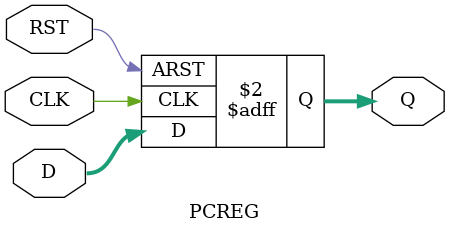
<source format=sv>
`timescale 1ns/1ps
module PCREG (D, CLK, RST, Q);
// IOs
  input  logic [31:0] D;        // Register input
  input  logic        CLK;      // Clock
  input  logic        RST;      // Reset
  output logic [31:0] Q;        // Register output
//////////////////////////////////////////////////////////////////////////////////////////////////////////////////////////////////////////////////////////////////////////////////////////////////// 
////// ARCHITECTURE
// Main combinational logic    
  always_ff @(posedge CLK, posedge RST)
    if (RST)
      Q <= 32'b0;
    else
      Q <= D;
//////////////////////////////////////////////////////////////////////////////////////////////////////////////////////////////////////////////////////////////////////////////////////////////////// 
// END 
endmodule

</source>
